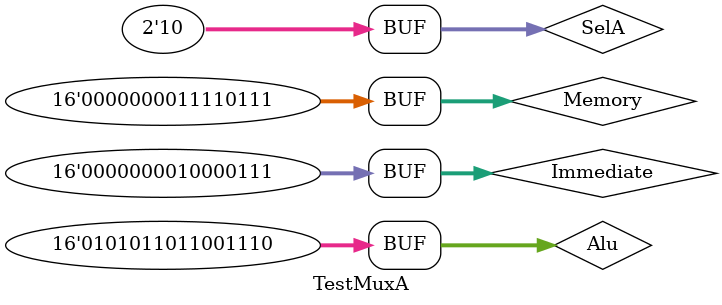
<source format=v>
`timescale 1ns / 1ps


module TestMuxA;

	// Inputs
	reg [15:0] Memory;
	reg [15:0] Immediate;
	reg [15:0] Alu;
	reg [1:0] SelA;

	// Outputs
	wire [15:0] Acc;

	// Instantiate the Unit Under Test (UUT)
	MuxA uut (
		.Memory(Memory), 
		.Immediate(Immediate), 
		.Alu(Alu), 
		.SelA(SelA), 
		.Acc(Acc)
	);

	initial begin
		// Initialize Inputs
		Memory = 0;
		Immediate = 0;
		Alu = 0;
		SelA = 0;

		// Wait 100 ns for global reset to finish
		#100;
        
		Memory = 247;
		
		#100;
		
		Immediate = 135;
		SelA=1;
		
		#100;
		
		Alu = 22222;
		SelA = 2;
		
		

	end
      
endmodule


</source>
